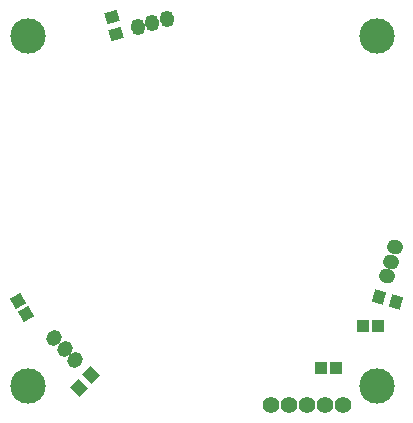
<source format=gts>
G04*
G04 #@! TF.GenerationSoftware,Altium Limited,Altium Designer,19.1.5 (86)*
G04*
G04 Layer_Color=8388736*
%FSLAX25Y25*%
%MOIN*%
G70*
G01*
G75*
G04:AMPARAMS|DCode=19|XSize=43mil|YSize=38mil|CornerRadius=0mil|HoleSize=0mil|Usage=FLASHONLY|Rotation=315.000|XOffset=0mil|YOffset=0mil|HoleType=Round|Shape=Rectangle|*
%AMROTATEDRECTD19*
4,1,4,-0.02864,0.00177,-0.00177,0.02864,0.02864,-0.00177,0.00177,-0.02864,-0.02864,0.00177,0.0*
%
%ADD19ROTATEDRECTD19*%

%ADD20R,0.04000X0.04000*%
%ADD21P,0.05657X4X165.0*%
G04:AMPARAMS|DCode=22|XSize=43mil|YSize=38mil|CornerRadius=0mil|HoleSize=0mil|Usage=FLASHONLY|Rotation=255.000|XOffset=0mil|YOffset=0mil|HoleType=Round|Shape=Rectangle|*
%AMROTATEDRECTD22*
4,1,4,-0.01279,0.02568,0.02392,0.01585,0.01279,-0.02568,-0.02392,-0.01585,-0.01279,0.02568,0.0*
%
%ADD22ROTATEDRECTD22*%

G04:AMPARAMS|DCode=23|XSize=43mil|YSize=38mil|CornerRadius=0mil|HoleSize=0mil|Usage=FLASHONLY|Rotation=195.000|XOffset=0mil|YOffset=0mil|HoleType=Round|Shape=Rectangle|*
%AMROTATEDRECTD23*
4,1,4,0.01585,0.02392,0.02568,-0.01279,-0.01585,-0.02392,-0.02568,0.01279,0.01585,0.02392,0.0*
%
%ADD23ROTATEDRECTD23*%

%ADD24C,0.05524*%
G04:AMPARAMS|DCode=25|XSize=55.24mil|YSize=48mil|CornerRadius=0mil|HoleSize=0mil|Usage=FLASHONLY|Rotation=105.000|XOffset=0mil|YOffset=0mil|HoleType=Round|Shape=Round|*
%AMOVALD25*
21,1,0.00724,0.04800,0.00000,0.00000,105.0*
1,1,0.04800,0.00094,-0.00350*
1,1,0.04800,-0.00094,0.00350*
%
%ADD25OVALD25*%

G04:AMPARAMS|DCode=26|XSize=55.24mil|YSize=48mil|CornerRadius=0mil|HoleSize=0mil|Usage=FLASHONLY|Rotation=225.000|XOffset=0mil|YOffset=0mil|HoleType=Round|Shape=Round|*
%AMOVALD26*
21,1,0.00724,0.04800,0.00000,0.00000,225.0*
1,1,0.04800,0.00256,0.00256*
1,1,0.04800,-0.00256,-0.00256*
%
%ADD26OVALD26*%

G04:AMPARAMS|DCode=27|XSize=55.24mil|YSize=48mil|CornerRadius=0mil|HoleSize=0mil|Usage=FLASHONLY|Rotation=345.000|XOffset=0mil|YOffset=0mil|HoleType=Round|Shape=Round|*
%AMOVALD27*
21,1,0.00724,0.04800,0.00000,0.00000,345.0*
1,1,0.04800,-0.00350,0.00094*
1,1,0.04800,0.00350,-0.00094*
%
%ADD27OVALD27*%

%ADD28C,0.11824*%
D19*
X-41351Y-58851D02*
D03*
X-37249Y-54749D02*
D03*
D20*
X58400Y-38200D02*
D03*
X53400D02*
D03*
X44400Y-52300D02*
D03*
X39400D02*
D03*
D21*
X-58950Y-34365D02*
D03*
X-61450Y-30035D02*
D03*
D22*
X58699Y-28749D02*
D03*
X64301Y-30251D02*
D03*
D23*
X-30251Y64801D02*
D03*
X-28749Y59199D02*
D03*
D24*
X46700Y-64500D02*
D03*
X40700D02*
D03*
X34700D02*
D03*
X28700D02*
D03*
X22700D02*
D03*
D25*
X-21655Y61501D02*
D03*
X-16826Y62795D02*
D03*
X-11996Y64089D02*
D03*
D26*
X-49505Y-42433D02*
D03*
X-45969Y-45969D02*
D03*
X-42433Y-49504D02*
D03*
D27*
X64089Y-11996D02*
D03*
X62795Y-16826D02*
D03*
X61501Y-21655D02*
D03*
D28*
X-58268Y-58268D02*
D03*
X58268D02*
D03*
Y58268D02*
D03*
X-58268D02*
D03*
M02*

</source>
